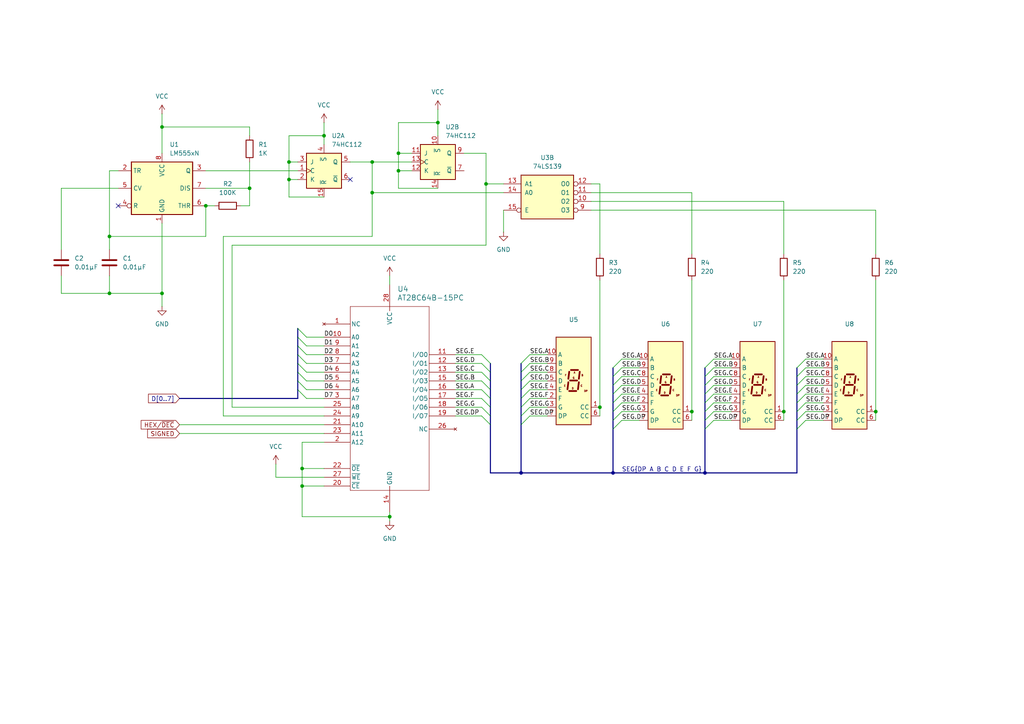
<source format=kicad_sch>
(kicad_sch (version 20231120) (generator "eeschema") (generator_version "8.0")
  (paper "A4")
  (title_block (title "Output Display Module") (date "2024-05-12") (company "Silicon Chronicles"))
  (lib_symbols
    (symbol "74xx:74LS112" (pin_names (offset 1.016))
      (property "Reference" "U" (at -7.62 8.89 0))
      (property "Value" "74LS112" (at -7.62 -8.89 0))
      (symbol "74LS112_1_0"
        (pin input clock (at -7.62 0 0) (length 2.54) (name "C") (number "1"))
        (pin input line (at 0 -7.62 90) (length 2.54) (name "~{R}") (number "15"))
        (pin input line (at -7.62 -2.54 0) (length 2.54) (name "K") (number "2"))
        (pin input line (at -7.62 2.54 0) (length 2.54) (name "J") (number "3"))
        (pin input line (at 0 7.62 270) (length 2.54) (name "~{S}") (number "4"))
        (pin output line (at 7.62 2.54 180) (length 2.54) (name "Q") (number "5"))
        (pin output line (at 7.62 -2.54 180) (length 2.54) (name "~{Q}") (number "6"))
      )
      (symbol "74LS112_1_1"
        (rectangle (start -5.08 5.08) (end 5.08 -5.08) (stroke (width 0.254)) (fill (type background)))
      )
      (symbol "74LS112_2_0"
        (pin input line (at 0 7.62 270) (length 2.54) (name "~{S}") (number "10"))
        (pin input line (at -7.62 2.54 0) (length 2.54) (name "J") (number "11"))
        (pin input line (at -7.62 -2.54 0) (length 2.54) (name "K") (number "12"))
        (pin input clock (at -7.62 0 0) (length 2.54) (name "C") (number "13"))
        (pin input line (at 0 -7.62 90) (length 2.54) (name "~{R}") (number "14"))
        (pin output line (at 7.62 -2.54 180) (length 2.54) (name "~{Q}") (number "7"))
        (pin output line (at 7.62 2.54 180) (length 2.54) (name "Q") (number "9"))
      )
      (symbol "74LS112_2_1"
        (rectangle (start -5.08 5.08) (end 5.08 -5.08) (stroke (width 0.254)) (fill (type background)))
      )
      (symbol "74LS112_3_0"
        (pin power_in line (at 0 10.16 270) (length 2.54) (name "VCC") (number "16"))
        (pin power_in line (at 0 -10.16 90) (length 2.54) (name "GND") (number "8"))
      )
      (symbol "74LS112_3_1"
        (rectangle (start -5.08 7.62) (end 5.08 -7.62) (stroke (width 0.254)) (fill (type background)))
      )
    )
    (symbol "74xx:74LS139" (pin_names (offset 1.016))
      (property "Reference" "U" (at -7.62 8.89 0))
      (property "Value" "74LS139" (at -7.62 -8.89 0))
      (symbol "74LS139_1_0"
        (pin input inverted (at -12.7 -5.08 0) (length 5.08) (name "E") (number "1"))
        (pin input line (at -12.7 0 0) (length 5.08) (name "A0") (number "2"))
        (pin input line (at -12.7 2.54 0) (length 5.08) (name "A1") (number "3"))
        (pin output inverted (at 12.7 2.54 180) (length 5.08) (name "O0") (number "4"))
        (pin output inverted (at 12.7 0 180) (length 5.08) (name "O1") (number "5"))
        (pin output inverted (at 12.7 -2.54 180) (length 5.08) (name "O2") (number "6"))
        (pin output inverted (at 12.7 -5.08 180) (length 5.08) (name "O3") (number "7"))
      )
      (symbol "74LS139_1_1"
        (rectangle (start -7.62 5.08) (end 7.62 -7.62) (stroke (width 0.254)) (fill (type background)))
      )
      (symbol "74LS139_2_0"
        (pin output inverted (at 12.7 -2.54 180) (length 5.08) (name "O2") (number "10"))
        (pin output inverted (at 12.7 0 180) (length 5.08) (name "O1") (number "11"))
        (pin output inverted (at 12.7 2.54 180) (length 5.08) (name "O0") (number "12"))
        (pin input line (at -12.7 2.54 0) (length 5.08) (name "A1") (number "13"))
        (pin input line (at -12.7 0 0) (length 5.08) (name "A0") (number "14"))
        (pin input inverted (at -12.7 -5.08 0) (length 5.08) (name "E") (number "15"))
        (pin output inverted (at 12.7 -5.08 180) (length 5.08) (name "O3") (number "9"))
      )
      (symbol "74LS139_2_1"
        (rectangle (start -7.62 5.08) (end 7.62 -7.62) (stroke (width 0.254)) (fill (type background)))
      )
      (symbol "74LS139_3_0"
        (pin power_in line (at 0 12.7 270) (length 5.08) (name "VCC") (number "16"))
        (pin power_in line (at 0 -12.7 90) (length 5.08) (name "GND") (number "8"))
      )
      (symbol "74LS139_3_1"
        (rectangle (start -5.08 7.62) (end 5.08 -7.62) (stroke (width 0.254)) (fill (type background)))
      )
    )
    (symbol "AT28C64B-15PC:AT28C64B-15PC" (pin_names (offset 0.254))
      (property "Reference" "U4" (at 21.2441 10.16 0))
      (property "Value" "AT28C64B-15PC" (at 21.2441 7.62 0))
      (symbol "AT28C64B-15PC_0_1"
        (polyline (pts (xy 7.62 -48.26) (xy 30.48 -48.26)) (stroke (width 0.127)))
        (polyline (pts (xy 7.62 5.08) (xy 7.62 -48.26)) (stroke (width 0.127)))
        (polyline (pts (xy 30.48 -48.26) (xy 30.48 5.08)) (stroke (width 0.127)))
        (polyline (pts (xy 30.48 5.08) (xy 7.62 5.08)) (stroke (width 0.127)))
        (pin no_connect line (at 0 0 0) (length 7.62) (name "NC") (number "1"))
        (pin input line (at 0 -3.81 0) (length 7.62) (name "A0") (number "10"))
        (pin bidirectional line (at 38.1 -8.89 180) (length 7.62) (name "I/O0") (number "11"))
        (pin bidirectional line (at 38.1 -11.43 180) (length 7.62) (name "I/O1") (number "12"))
        (pin bidirectional line (at 38.1 -13.97 180) (length 7.62) (name "I/O2") (number "13"))
        (pin power_in line (at 19.05 -54.61 90) (length 7.62) (name "GND") (number "14"))
        (pin bidirectional line (at 38.1 -16.51 180) (length 7.62) (name "I/O3") (number "15"))
        (pin bidirectional line (at 38.1 -19.05 180) (length 7.62) (name "I/O4") (number "16"))
        (pin bidirectional line (at 38.1 -21.59 180) (length 7.62) (name "I/O5") (number "17"))
        (pin bidirectional line (at 38.1 -24.13 180) (length 7.62) (name "I/O6") (number "18"))
        (pin bidirectional line (at 38.1 -26.67 180) (length 7.62) (name "I/O7") (number "19"))
        (pin input line (at 0 -34.29 0) (length 7.62) (name "A12") (number "2"))
        (pin input line (at 0 -29.21 0) (length 7.62) (name "A10") (number "21"))
        (pin input line (at 0 -31.75 0) (length 7.62) (name "A11") (number "23"))
        (pin input line (at 0 -26.67 0) (length 7.62) (name "A9") (number "24"))
        (pin input line (at 0 -24.13 0) (length 7.62) (name "A8") (number "25"))
        (pin no_connect line (at 38.1 -30.48 180) (length 7.62) (name "NC") (number "26"))
        (pin power_in line (at 19.05 11.43 270) (length 7.62) (name "VCC") (number "28"))
        (pin input line (at 0 -21.59 0) (length 7.62) (name "A7") (number "3"))
        (pin input line (at 0 -19.05 0) (length 7.62) (name "A6") (number "4"))
        (pin input line (at 0 -16.51 0) (length 7.62) (name "A5") (number "5"))
        (pin input line (at 0 -13.97 0) (length 7.62) (name "A4") (number "6"))
        (pin input line (at 0 -11.43 0) (length 7.62) (name "A3") (number "7"))
        (pin input line (at 0 -8.89 0) (length 7.62) (name "A2") (number "8"))
        (pin input line (at 0 -6.35 0) (length 7.62) (name "A1") (number "9"))
      )
      (symbol "AT28C64B-15PC_1_1"
        (pin input line (at 0 -46.99 0) (length 7.62) (name "~{CE}") (number "20"))
        (pin input line (at 0 -41.91 0) (length 7.62) (name "~{OE}") (number "22"))
        (pin input line (at 0 -44.45 0) (length 7.62) (name "~{WE}") (number "27"))
      )
    )
    (symbol "Device:C" (pin_numbers hide) (pin_names (offset 0.254))
      (property "Reference" "C" (at 0.635 2.54 0))
      (property "Value" "C" (at 0.635 -2.54 0))
      (symbol "C_0_1"
        (polyline (pts (xy -2.032 -0.762) (xy 2.032 -0.762)) (stroke (width 0.508)))
        (polyline (pts (xy -2.032 0.762) (xy 2.032 0.762)) (stroke (width 0.508)))
      )
      (symbol "C_1_1"
        (pin passive line (at 0 3.81 270) (length 2.794) (name "~") (number "1"))
        (pin passive line (at 0 -3.81 90) (length 2.794) (name "~") (number "2"))
      )
    )
    (symbol "Device:R" (pin_numbers hide) (pin_names (offset 0))
      (property "Reference" "R" (at 2.032 0 90))
      (property "Value" "R" (at 0 0 90))
      (symbol "R_0_1"
        (rectangle (start -1.016 -2.54) (end 1.016 2.54) (stroke (width 0.254)))
      )
      (symbol "R_1_1"
        (pin passive line (at 0 3.81 270) (length 1.27) (name "~") (number "1"))
        (pin passive line (at 0 -3.81 90) (length 1.27) (name "~") (number "2"))
      )
    )
    (symbol "Display_Character:HDSP-7503"
      (property "Reference" "U" (at -3.81 13.97 0))
      (property "Value" "HDSP-7503" (at 6.35 13.97 0))
      (symbol "HDSP-7503_1_0"
        (text "A" (at 0.254 2.413 0) (effects (font (size 0.508 0.508))))
        (text "B" (at 2.54 1.651 0) (effects (font (size 0.508 0.508))))
        (text "C" (at 2.286 -1.397 0) (effects (font (size 0.508 0.508))))
        (text "D" (at -0.254 -2.159 0) (effects (font (size 0.508 0.508))))
        (text "DP" (at 3.556 -2.921 0) (effects (font (size 0.508 0.508))))
        (text "E" (at -2.54 -1.397 0) (effects (font (size 0.508 0.508))))
        (text "F" (at -2.286 1.651 0) (effects (font (size 0.508 0.508))))
        (text "G" (at 0 0.889 0) (effects (font (size 0.508 0.508))))
      )
      (symbol "HDSP-7503_1_1"
        (rectangle (start -5.08 12.7) (end 5.08 -12.7) (stroke (width 0.254)) (fill (type background)))
        (polyline (pts (xy -1.524 -0.381) (xy -1.778 -2.413)) (stroke (width 0.508)))
        (polyline (pts (xy -1.27 -2.921) (xy 0.762 -2.921)) (stroke (width 0.508)))
        (polyline (pts (xy -1.27 2.667) (xy -1.524 0.635)) (stroke (width 0.508)))
        (polyline (pts (xy -1.016 0.127) (xy 1.016 0.127)) (stroke (width 0.508)))
        (polyline (pts (xy -0.762 3.175) (xy 1.27 3.175)) (stroke (width 0.508)))
        (polyline (pts (xy 1.524 -0.381) (xy 1.27 -2.413)) (stroke (width 0.508)))
        (polyline (pts (xy 1.778 2.667) (xy 1.524 0.635)) (stroke (width 0.508)))
        (polyline (pts (xy 2.54 -2.921) (xy 2.54 -2.921)) (stroke (width 0.508)))
        (pin input line (at 7.62 -7.62 180) (length 2.54) (name "CC") (number "1"))
        (pin input line (at -7.62 7.62 0) (length 2.54) (name "A") (number "10"))
        (pin input line (at -7.62 -5.08 0) (length 2.54) (name "F") (number "2"))
        (pin input line (at -7.62 -7.62 0) (length 2.54) (name "G") (number "3"))
        (pin input line (at -7.62 -2.54 0) (length 2.54) (name "E") (number "4"))
        (pin input line (at -7.62 0 0) (length 2.54) (name "D") (number "5"))
        (pin input line (at 7.62 -10.16 180) (length 2.54) (name "CC") (number "6"))
        (pin input line (at -7.62 -10.16 0) (length 2.54) (name "DP") (number "7"))
        (pin input line (at -7.62 2.54 0) (length 2.54) (name "C") (number "8"))
        (pin input line (at -7.62 5.08 0) (length 2.54) (name "B") (number "9"))
      )
    )
    (symbol "Timer:LM555xN"
      (property "Reference" "U" (at -10.16 8.89 0))
      (property "Value" "LM555xN" (at 2.54 8.89 0))
      (symbol "LM555xN_0_0"
        (pin power_in line (at 0 -10.16 90) (length 2.54) (name "GND") (number "1"))
        (pin power_in line (at 0 10.16 270) (length 2.54) (name "VCC") (number "8"))
      )
      (symbol "LM555xN_0_1"
        (rectangle (start -8.89 -7.62) (end 8.89 7.62) (stroke (width 0.254)) (fill (type background)))
        (rectangle (start -8.89 -7.62) (end 8.89 7.62) (stroke (width 0.254)) (fill (type background)))
      )
      (symbol "LM555xN_1_1"
        (pin input line (at -12.7 5.08 0) (length 3.81) (name "TR") (number "2"))
        (pin output line (at 12.7 5.08 180) (length 3.81) (name "Q") (number "3"))
        (pin input inverted (at -12.7 -5.08 0) (length 3.81) (name "R") (number "4"))
        (pin input line (at -12.7 0 0) (length 3.81) (name "CV") (number "5"))
        (pin input line (at 12.7 -5.08 180) (length 3.81) (name "THR") (number "6"))
        (pin input line (at 12.7 0 180) (length 3.81) (name "DIS") (number "7"))
      )
    )
    (symbol "power:GND" (power) (pin_numbers hide) (pin_names (offset 0) hide)
      (property "Value" "GND" (at 0 -3.81 0))
      (symbol "GND_0_1"
        (polyline (pts (xy 0 0) (xy 0 -1.27) (xy 1.27 -1.27) (xy 0 -2.54) (xy -1.27 -1.27) (xy 0 -1.27)))
      )
      (symbol "GND_1_1"
        (pin power_in line (at 0 0 270) (length 0) (name "~") (number "1"))
      )
    )
    (symbol "power:VCC" (power) (pin_numbers hide) (pin_names (offset 0) hide)
      (property "Value" "VCC" (at 0 3.556 0))
      (symbol "VCC_0_1"
        (polyline (pts (xy -0.762 1.27) (xy 0 2.54)))
        (polyline (pts (xy 0 0) (xy 0 2.54)))
        (polyline (pts (xy 0 2.54) (xy 0.762 1.27)))
      )
      (symbol "VCC_1_1"
        (pin power_in line (at 0 0 90) (length 0) (name "~") (number "1"))
      )
    )
  )
  (junction (at 31.75 68.58))
  (junction (at 87.63 140.97))
  (junction (at 200.66 119.38))
  (junction (at 93.98 39.37))
  (junction (at 83.82 46.99))
  (junction (at 127 35.56))
  (junction (at 140.97 53.34))
  (junction (at 151.13 137.16))
  (junction (at 115.57 44.45))
  (junction (at 59.69 59.69))
  (junction (at 227.33 119.38))
  (junction (at 115.57 49.53))
  (junction (at 107.95 46.99))
  (junction (at 204.47 137.16))
  (junction (at 83.82 52.07))
  (junction (at 72.39 54.61))
  (junction (at 87.63 135.89))
  (junction (at 46.99 36.83))
  (junction (at 173.99 118.11))
  (junction (at 46.99 85.09))
  (junction (at 113.03 149.86))
  (junction (at 254 119.38))
  (junction (at 31.75 85.09))
  (junction (at 107.95 55.88))
  (junction (at 177.8 137.16))
  (no_connect (at 34.29 59.69))
  (no_connect (at 101.6 52.07))
  (bus_entry (at 204.47 124.46) (size 2.54 -2.54))
  (bus_entry (at 151.13 123.19) (size 2.54 -2.54))
  (bus_entry (at 177.8 114.3) (size 2.54 -2.54))
  (bus_entry (at 177.8 109.22) (size 2.54 -2.54))
  (bus_entry (at 142.24 105.41) (size -2.54 -2.54))
  (bus_entry (at 142.24 107.95) (size -2.54 -2.54))
  (bus_entry (at 142.24 118.11) (size -2.54 -2.54))
  (bus_entry (at 86.36 113.03) (size 2.54 2.54))
  (bus_entry (at 177.8 116.84) (size 2.54 -2.54))
  (bus_entry (at 177.8 111.76) (size 2.54 -2.54))
  (bus_entry (at 151.13 107.95) (size 2.54 -2.54))
  (bus_entry (at 204.47 106.68) (size 2.54 -2.54))
  (bus_entry (at 204.47 109.22) (size 2.54 -2.54))
  (bus_entry (at 86.36 102.87) (size 2.54 2.54))
  (bus_entry (at 231.14 109.22) (size 2.54 -2.54))
  (bus_entry (at 151.13 113.03) (size 2.54 -2.54))
  (bus_entry (at 231.14 111.76) (size 2.54 -2.54))
  (bus_entry (at 142.24 115.57) (size -2.54 -2.54))
  (bus_entry (at 204.47 114.3) (size 2.54 -2.54))
  (bus_entry (at 86.36 97.79) (size 2.54 2.54))
  (bus_entry (at 142.24 123.19) (size -2.54 -2.54))
  (bus_entry (at 177.8 106.68) (size 2.54 -2.54))
  (bus_entry (at 204.47 121.92) (size 2.54 -2.54))
  (bus_entry (at 142.24 120.65) (size -2.54 -2.54))
  (bus_entry (at 231.14 116.84) (size 2.54 -2.54))
  (bus_entry (at 204.47 119.38) (size 2.54 -2.54))
  (bus_entry (at 177.8 124.46) (size 2.54 -2.54))
  (bus_entry (at 86.36 105.41) (size 2.54 2.54))
  (bus_entry (at 86.36 100.33) (size 2.54 2.54))
  (bus_entry (at 86.36 95.25) (size 2.54 2.54))
  (bus_entry (at 151.13 118.11) (size 2.54 -2.54))
  (bus_entry (at 151.13 120.65) (size 2.54 -2.54))
  (bus_entry (at 142.24 113.03) (size -2.54 -2.54))
  (bus_entry (at 204.47 116.84) (size 2.54 -2.54))
  (bus_entry (at 86.36 110.49) (size 2.54 2.54))
  (bus_entry (at 231.14 114.3) (size 2.54 -2.54))
  (bus_entry (at 231.14 119.38) (size 2.54 -2.54))
  (bus_entry (at 177.8 119.38) (size 2.54 -2.54))
  (bus_entry (at 151.13 115.57) (size 2.54 -2.54))
  (bus_entry (at 151.13 110.49) (size 2.54 -2.54))
  (bus_entry (at 231.14 121.92) (size 2.54 -2.54))
  (bus_entry (at 231.14 106.68) (size 2.54 -2.54))
  (bus_entry (at 231.14 124.46) (size 2.54 -2.54))
  (bus_entry (at 177.8 121.92) (size 2.54 -2.54))
  (bus_entry (at 142.24 110.49) (size -2.54 -2.54))
  (bus_entry (at 86.36 107.95) (size 2.54 2.54))
  (bus_entry (at 204.47 111.76) (size 2.54 -2.54))
  (bus_entry (at 151.13 105.41) (size 2.54 -2.54))
  (wire (pts (xy 153.67 118.11) (xy 158.75 118.11)))
  (wire (pts (xy 88.9 97.79) (xy 93.98 97.79)))
  (wire (pts (xy 31.75 80.01) (xy 31.75 85.09)))
  (wire (pts (xy 180.34 114.3) (xy 185.42 114.3)))
  (bus (pts (xy 204.47 124.46) (xy 204.47 137.16)))
  (bus (pts (xy 204.47 119.38) (xy 204.47 121.92)))
  (bus (pts (xy 204.47 109.22) (xy 204.47 111.76)))
  (bus (pts (xy 231.14 116.84) (xy 231.14 119.38)))
  (wire (pts (xy 93.98 128.27) (xy 87.63 128.27)))
  (wire (pts (xy 64.77 68.58) (xy 107.95 68.58)))
  (wire (pts (xy 52.07 123.19) (xy 93.98 123.19)))
  (bus (pts (xy 142.24 123.19) (xy 142.24 120.65)))
  (wire (pts (xy 233.68 106.68) (xy 238.76 106.68)))
  (wire (pts (xy 119.38 44.45) (xy 115.57 44.45)))
  (wire (pts (xy 101.6 46.99) (xy 107.95 46.99)))
  (bus (pts (xy 231.14 124.46) (xy 231.14 137.16)))
  (wire (pts (xy 17.78 80.01) (xy 17.78 85.09)))
  (bus (pts (xy 231.14 111.76) (xy 231.14 114.3)))
  (bus (pts (xy 142.24 115.57) (xy 142.24 113.03)))
  (wire (pts (xy 113.03 149.86) (xy 87.63 149.86)))
  (wire (pts (xy 93.98 138.43) (xy 80.01 138.43)))
  (wire (pts (xy 115.57 54.61) (xy 115.57 49.53)))
  (wire (pts (xy 180.34 119.38) (xy 185.42 119.38)))
  (bus (pts (xy 151.13 123.19) (xy 151.13 137.16)))
  (wire (pts (xy 171.45 53.34) (xy 173.99 53.34)))
  (wire (pts (xy 173.99 118.11) (xy 173.99 120.65)))
  (bus (pts (xy 177.8 109.22) (xy 177.8 111.76)))
  (wire (pts (xy 83.82 52.07) (xy 83.82 46.99)))
  (wire (pts (xy 72.39 39.37) (xy 72.39 36.83)))
  (bus (pts (xy 142.24 137.16) (xy 142.24 123.19)))
  (wire (pts (xy 59.69 59.69) (xy 62.23 59.69)))
  (wire (pts (xy 72.39 59.69) (xy 69.85 59.69)))
  (wire (pts (xy 113.03 149.86) (xy 113.03 148.59)))
  (wire (pts (xy 72.39 46.99) (xy 72.39 54.61)))
  (wire (pts (xy 140.97 71.12) (xy 140.97 53.34)))
  (bus (pts (xy 204.47 106.68) (xy 204.47 109.22)))
  (wire (pts (xy 86.36 52.07) (xy 83.82 52.07)))
  (wire (pts (xy 233.68 104.14) (xy 238.76 104.14)))
  (wire (pts (xy 31.75 85.09) (xy 46.99 85.09)))
  (wire (pts (xy 132.08 118.11) (xy 139.7 118.11)))
  (wire (pts (xy 207.01 119.38) (xy 212.09 119.38)))
  (wire (pts (xy 254 119.38) (xy 254 121.92)))
  (wire (pts (xy 83.82 39.37) (xy 93.98 39.37)))
  (wire (pts (xy 200.66 73.66) (xy 200.66 55.88)))
  (wire (pts (xy 34.29 54.61) (xy 17.78 54.61)))
  (wire (pts (xy 180.34 106.68) (xy 185.42 106.68)))
  (bus (pts (xy 177.8 114.3) (xy 177.8 116.84)))
  (wire (pts (xy 254 60.96) (xy 254 73.66)))
  (wire (pts (xy 127 31.75) (xy 127 35.56)))
  (wire (pts (xy 88.9 115.57) (xy 93.98 115.57)))
  (bus (pts (xy 151.13 137.16) (xy 177.8 137.16)))
  (wire (pts (xy 153.67 102.87) (xy 158.75 102.87)))
  (wire (pts (xy 173.99 53.34) (xy 173.99 73.66)))
  (wire (pts (xy 200.66 121.92) (xy 200.66 119.38)))
  (wire (pts (xy 227.33 119.38) (xy 227.33 121.92)))
  (wire (pts (xy 233.68 109.22) (xy 238.76 109.22)))
  (wire (pts (xy 59.69 49.53) (xy 86.36 49.53)))
  (wire (pts (xy 72.39 36.83) (xy 46.99 36.83)))
  (wire (pts (xy 113.03 80.01) (xy 113.03 82.55)))
  (bus (pts (xy 177.8 106.68) (xy 177.8 109.22)))
  (wire (pts (xy 86.36 46.99) (xy 83.82 46.99)))
  (wire (pts (xy 227.33 81.28) (xy 227.33 119.38)))
  (wire (pts (xy 207.01 109.22) (xy 212.09 109.22)))
  (wire (pts (xy 127 54.61) (xy 115.57 54.61)))
  (wire (pts (xy 132.08 113.03) (xy 139.7 113.03)))
  (wire (pts (xy 132.08 115.57) (xy 139.7 115.57)))
  (wire (pts (xy 134.62 44.45) (xy 140.97 44.45)))
  (wire (pts (xy 180.34 109.22) (xy 185.42 109.22)))
  (wire (pts (xy 254 81.28) (xy 254 119.38)))
  (bus (pts (xy 142.24 107.95) (xy 142.24 105.41)))
  (bus (pts (xy 86.36 110.49) (xy 86.36 113.03)))
  (wire (pts (xy 200.66 119.38) (xy 200.66 81.28)))
  (wire (pts (xy 146.05 60.96) (xy 146.05 67.31)))
  (wire (pts (xy 153.67 107.95) (xy 158.75 107.95)))
  (wire (pts (xy 83.82 57.15) (xy 83.82 52.07)))
  (bus (pts (xy 86.36 102.87) (xy 86.36 105.41)))
  (wire (pts (xy 180.34 104.14) (xy 185.42 104.14)))
  (wire (pts (xy 93.98 57.15) (xy 83.82 57.15)))
  (wire (pts (xy 93.98 140.97) (xy 87.63 140.97)))
  (bus (pts (xy 177.8 124.46) (xy 177.8 137.16)))
  (wire (pts (xy 207.01 104.14) (xy 212.09 104.14)))
  (bus (pts (xy 151.13 105.41) (xy 151.13 107.95)))
  (wire (pts (xy 153.67 105.41) (xy 158.75 105.41)))
  (bus (pts (xy 231.14 106.68) (xy 231.14 109.22)))
  (wire (pts (xy 140.97 53.34) (xy 146.05 53.34)))
  (wire (pts (xy 46.99 64.77) (xy 46.99 85.09)))
  (wire (pts (xy 17.78 54.61) (xy 17.78 72.39)))
  (wire (pts (xy 46.99 36.83) (xy 46.99 44.45)))
  (bus (pts (xy 151.13 118.11) (xy 151.13 120.65)))
  (wire (pts (xy 59.69 54.61) (xy 72.39 54.61)))
  (wire (pts (xy 87.63 128.27) (xy 87.63 135.89)))
  (bus (pts (xy 204.47 116.84) (xy 204.47 119.38)))
  (bus (pts (xy 177.8 111.76) (xy 177.8 114.3)))
  (bus (pts (xy 231.14 121.92) (xy 231.14 124.46)))
  (wire (pts (xy 93.98 118.11) (xy 67.31 118.11)))
  (wire (pts (xy 173.99 81.28) (xy 173.99 118.11)))
  (wire (pts (xy 88.9 100.33) (xy 93.98 100.33)))
  (wire (pts (xy 88.9 110.49) (xy 93.98 110.49)))
  (wire (pts (xy 107.95 68.58) (xy 107.95 55.88)))
  (wire (pts (xy 180.34 121.92) (xy 185.42 121.92)))
  (wire (pts (xy 233.68 116.84) (xy 238.76 116.84)))
  (bus (pts (xy 177.8 121.92) (xy 177.8 124.46)))
  (bus (pts (xy 52.07 115.57) (xy 86.36 115.57)))
  (wire (pts (xy 207.01 106.68) (xy 212.09 106.68)))
  (bus (pts (xy 231.14 119.38) (xy 231.14 121.92)))
  (wire (pts (xy 180.34 116.84) (xy 185.42 116.84)))
  (wire (pts (xy 132.08 120.65) (xy 139.7 120.65)))
  (wire (pts (xy 132.08 102.87) (xy 139.7 102.87)))
  (wire (pts (xy 59.69 68.58) (xy 31.75 68.58)))
  (wire (pts (xy 87.63 140.97) (xy 87.63 135.89)))
  (wire (pts (xy 46.99 85.09) (xy 46.99 88.9)))
  (wire (pts (xy 64.77 120.65) (xy 64.77 68.58)))
  (wire (pts (xy 88.9 105.41) (xy 93.98 105.41)))
  (bus (pts (xy 86.36 105.41) (xy 86.36 107.95)))
  (wire (pts (xy 67.31 71.12) (xy 140.97 71.12)))
  (bus (pts (xy 151.13 113.03) (xy 151.13 115.57)))
  (wire (pts (xy 207.01 121.92) (xy 212.09 121.92)))
  (bus (pts (xy 86.36 100.33) (xy 86.36 97.79)))
  (wire (pts (xy 140.97 44.45) (xy 140.97 53.34)))
  (bus (pts (xy 231.14 114.3) (xy 231.14 116.84)))
  (wire (pts (xy 146.05 55.88) (xy 107.95 55.88)))
  (wire (pts (xy 115.57 49.53) (xy 115.57 44.45)))
  (wire (pts (xy 153.67 113.03) (xy 158.75 113.03)))
  (bus (pts (xy 142.24 113.03) (xy 142.24 110.49)))
  (wire (pts (xy 119.38 49.53) (xy 115.57 49.53)))
  (wire (pts (xy 153.67 110.49) (xy 158.75 110.49)))
  (wire (pts (xy 115.57 35.56) (xy 127 35.56)))
  (wire (pts (xy 93.98 35.56) (xy 93.98 39.37)))
  (wire (pts (xy 207.01 114.3) (xy 212.09 114.3)))
  (wire (pts (xy 132.08 107.95) (xy 139.7 107.95)))
  (wire (pts (xy 200.66 55.88) (xy 171.45 55.88)))
  (wire (pts (xy 233.68 119.38) (xy 238.76 119.38)))
  (wire (pts (xy 132.08 110.49) (xy 139.7 110.49)))
  (bus (pts (xy 204.47 121.92) (xy 204.47 124.46)))
  (bus (pts (xy 177.8 137.16) (xy 204.47 137.16)))
  (wire (pts (xy 127 35.56) (xy 127 39.37)))
  (bus (pts (xy 151.13 110.49) (xy 151.13 113.03)))
  (bus (pts (xy 86.36 102.87) (xy 86.36 100.33)))
  (wire (pts (xy 180.34 111.76) (xy 185.42 111.76)))
  (wire (pts (xy 171.45 58.42) (xy 227.33 58.42)))
  (bus (pts (xy 177.8 119.38) (xy 177.8 121.92)))
  (wire (pts (xy 207.01 111.76) (xy 212.09 111.76)))
  (bus (pts (xy 204.47 111.76) (xy 204.47 114.3)))
  (bus (pts (xy 142.24 120.65) (xy 142.24 118.11)))
  (wire (pts (xy 88.9 107.95) (xy 93.98 107.95)))
  (wire (pts (xy 233.68 111.76) (xy 238.76 111.76)))
  (wire (pts (xy 227.33 58.42) (xy 227.33 73.66)))
  (bus (pts (xy 86.36 115.57) (xy 86.36 113.03)))
  (wire (pts (xy 31.75 68.58) (xy 31.75 72.39)))
  (wire (pts (xy 59.69 59.69) (xy 59.69 68.58)))
  (bus (pts (xy 86.36 97.79) (xy 86.36 95.25)))
  (wire (pts (xy 80.01 138.43) (xy 80.01 134.62)))
  (wire (pts (xy 93.98 120.65) (xy 64.77 120.65)))
  (bus (pts (xy 142.24 110.49) (xy 142.24 107.95)))
  (wire (pts (xy 67.31 118.11) (xy 67.31 71.12)))
  (wire (pts (xy 87.63 149.86) (xy 87.63 140.97)))
  (bus (pts (xy 151.13 115.57) (xy 151.13 118.11)))
  (wire (pts (xy 88.9 113.03) (xy 93.98 113.03)))
  (wire (pts (xy 83.82 46.99) (xy 83.82 39.37)))
  (bus (pts (xy 86.36 107.95) (xy 86.36 110.49)))
  (wire (pts (xy 132.08 105.41) (xy 139.7 105.41)))
  (bus (pts (xy 151.13 120.65) (xy 151.13 123.19)))
  (wire (pts (xy 31.75 49.53) (xy 31.75 68.58)))
  (bus (pts (xy 142.24 118.11) (xy 142.24 115.57)))
  (wire (pts (xy 72.39 54.61) (xy 72.39 59.69)))
  (wire (pts (xy 88.9 102.87) (xy 93.98 102.87)))
  (wire (pts (xy 93.98 39.37) (xy 93.98 41.91)))
  (wire (pts (xy 52.07 125.73) (xy 93.98 125.73)))
  (wire (pts (xy 171.45 60.96) (xy 254 60.96)))
  (bus (pts (xy 151.13 107.95) (xy 151.13 110.49)))
  (wire (pts (xy 207.01 116.84) (xy 212.09 116.84)))
  (wire (pts (xy 233.68 114.3) (xy 238.76 114.3)))
  (bus (pts (xy 177.8 116.84) (xy 177.8 119.38)))
  (wire (pts (xy 46.99 33.02) (xy 46.99 36.83)))
  (wire (pts (xy 153.67 115.57) (xy 158.75 115.57)))
  (wire (pts (xy 17.78 85.09) (xy 31.75 85.09)))
  (bus (pts (xy 142.24 137.16) (xy 151.13 137.16)))
  (wire (pts (xy 115.57 44.45) (xy 115.57 35.56)))
  (wire (pts (xy 34.29 49.53) (xy 31.75 49.53)))
  (wire (pts (xy 153.67 120.65) (xy 158.75 120.65)))
  (wire (pts (xy 87.63 135.89) (xy 93.98 135.89)))
  (bus (pts (xy 231.14 109.22) (xy 231.14 111.76)))
  (bus (pts (xy 204.47 114.3) (xy 204.47 116.84)))
  (wire (pts (xy 113.03 151.13) (xy 113.03 149.86)))
  (wire (pts (xy 107.95 55.88) (xy 107.95 46.99)))
  (wire (pts (xy 233.68 121.92) (xy 238.76 121.92)))
  (bus (pts (xy 204.47 137.16) (xy 231.14 137.16)))
  (wire (pts (xy 107.95 46.99) (xy 119.38 46.99)))
  (label "D5" (at 93.98 110.49 0))
  (label "SEG.G" (at 233.68 119.38 0))
  (label "SEG.D" (at 153.67 110.49 0))
  (label "SEG.G" (at 180.34 119.38 0))
  (label "SEG.A" (at 180.34 104.14 0))
  (label "SEG.A" (at 233.68 104.14 0))
  (label "SEG.C" (at 233.68 109.22 0))
  (label "SEG.C" (at 153.67 107.95 0))
  (label "SEG.C" (at 180.34 109.22 0))
  (label "SEG.A" (at 132.08 113.03 0))
  (label "SEG.C" (at 132.08 107.95 0))
  (label "SEG.DP" (at 180.34 121.92 0))
  (label "SEG.G" (at 153.67 118.11 0))
  (label "D1" (at 93.98 100.33 0))
  (label "SEG.E" (at 233.68 114.3 0))
  (label "SEG.D" (at 180.34 111.76 0))
  (label "D0" (at 93.98 97.79 0))
  (label "D2" (at 93.98 102.87 0))
  (label "SEG.F" (at 180.34 116.84 0))
  (label "SEG.C" (at 207.01 109.22 0))
  (label "SEG.DP" (at 233.68 121.92 0))
  (label "SEG.E" (at 153.67 113.03 0))
  (label "SEG.E" (at 132.08 102.87 0))
  (label "SEG{DP A B C D E F G}" (at 180.34 137.16 0))
  (label "SEG.E" (at 207.01 114.3 0))
  (label "SEG.G" (at 132.08 118.11 0))
  (label "SEG.B" (at 180.34 106.68 0))
  (label "SEG.D" (at 207.01 111.76 0))
  (label "SEG.B" (at 233.68 106.68 0))
  (label "D3" (at 93.98 105.41 0))
  (label "SEG.F" (at 153.67 115.57 0))
  (label "D7" (at 93.98 115.57 0))
  (label "SEG.F" (at 233.68 116.84 0))
  (label "SEG.F" (at 132.08 115.57 0))
  (label "SEG.B" (at 132.08 110.49 0))
  (label "D6" (at 93.98 113.03 0))
  (label "SEG.DP" (at 207.01 121.92 0))
  (label "SEG.G" (at 207.01 119.38 0))
  (label "SEG.F" (at 207.01 116.84 0))
  (label "SEG.B" (at 207.01 106.68 0))
  (label "SEG.A" (at 153.67 102.87 0))
  (label "SEG.DP" (at 153.67 120.65 0))
  (label "SEG.D" (at 233.68 111.76 0))
  (label "D4" (at 93.98 107.95 0))
  (label "SEG.E" (at 180.34 114.3 0))
  (label "SEG.A" (at 207.01 104.14 0))
  (label "SEG.DP" (at 132.08 120.65 0))
  (label "SEG.B" (at 153.67 105.41 0))
  (label "SEG.D" (at 132.08 105.41 0))
  (global_label "D[0..7]" (shape input) (at 52.07 115.57 180) (property "Intersheetrefs" "${INTERSHEET_REFS}" (effects (hide yes))))
  (global_label "SIGNED" (shape input) (at 52.07 125.73 180) (property "Intersheetrefs" "${INTERSHEET_REFS}" (effects (hide yes))))
  (global_label "HEX{slash}~{DEC}" (shape input) (at 52.07 123.19 180) (property "Intersheetrefs" "${INTERSHEET_REFS}" (effects (hide yes))))
  (symbol (lib_id "power:VCC") (at 127 31.75 0) (unit 1)
    (property "Reference" "#PWR04" (effects (hide yes)))
    (property "Value" "VCC" (at 127 26.67 0))
    (property "Description" "Power symbol creates a global label with name \"VCC\"" (effects (hide yes)))
  )
  (symbol (lib_id "74xx:74LS112") (at 93.98 49.53 0) (unit 1)
    (property "Reference" "U2" (at 96.1741 39.37 0) (effects (justify left)))
    (property "Value" "74HC112" (at 96.1741 41.91 0) (effects (justify left)))
    (property "Datasheet" "http://www.ti.com/lit/gpn/sn74LS112" (effects (hide yes)))
    (property "Description" "dual JK Flip-Flop, Set & Reset" (effects (hide yes)))
  )
  (symbol (lib_id "Device:R") (at 200.66 77.47 0) (unit 1)
    (property "Reference" "R4" (at 203.2 76.1999 0) (effects (justify left)))
    (property "Value" "220" (at 203.2 78.7399 0) (effects (justify left)))
    (property "Description" "Resistor" (effects (hide yes)))
  )
  (symbol (lib_id "Device:R") (at 227.33 77.47 0) (unit 1)
    (property "Reference" "R5" (at 229.87 76.1999 0) (effects (justify left)))
    (property "Value" "220" (at 229.87 78.7399 0) (effects (justify left)))
    (property "Description" "Resistor" (effects (hide yes)))
  )
  (symbol (lib_id "power:GND") (at 113.03 151.13 0) (unit 1)
    (property "Reference" "#PWR06" (effects (hide yes)))
    (property "Value" "GND" (at 113.03 156.21 0))
    (property "Description" "Power symbol creates a global label with name \"GND\" , ground" (effects (hide yes)))
  )
  (symbol (lib_id "Device:R") (at 72.39 43.18 0) (unit 1)
    (property "Reference" "R1" (at 74.93 41.9099 0) (effects (justify left)))
    (property "Value" "1K" (at 74.93 44.4499 0) (effects (justify left)))
    (property "Description" "Resistor" (effects (hide yes)))
  )
  (symbol (lib_id "power:VCC") (at 46.99 33.02 0) (unit 1)
    (property "Reference" "#PWR01" (effects (hide yes)))
    (property "Value" "VCC" (at 46.99 27.94 0))
    (property "Description" "Power symbol creates a global label with name \"VCC\"" (effects (hide yes)))
  )
  (symbol (lib_id "Display_Character:HDSP-7503") (at 219.71 111.76 0) (unit 1)
    (property "Reference" "U7" (at 219.71 93.98 0))
    (property "Value" "HDSP-7503" (effects (hide yes)))
    (property "Footprint" "Display_7Segment:HDSP-A151" (effects (hide yes)))
    (property "Datasheet" "https://docs.broadcom.com/docs/AV02-2553EN" (effects (hide yes)))
    (property "Description" "One digit 7 segment high efficiency red, common cathode" (effects (hide yes)))
  )
  (symbol (lib_id "power:VCC") (at 93.98 35.56 0) (unit 1)
    (property "Reference" "#PWR03" (effects (hide yes)))
    (property "Value" "VCC" (at 93.98 30.48 0))
    (property "Description" "Power symbol creates a global label with name \"VCC\"" (effects (hide yes)))
  )
  (symbol (lib_id "AT28C64B-15PC:AT28C64B-15PC") (at 93.98 93.98 0) (unit 1)
    (property "Reference" "U4" (at 115.2241 83.82 0) (effects (font (size 1.524 1.524)) (justify left)))
    (property "Value" "AT28C64B-15PC" (at 115.2241 86.36 0) (effects (font (size 1.524 1.524)) (justify left)))
    (property "Footprint" "28P6_ATM" (effects (hide yes)))
    (property "Datasheet" "AT28C64B-15PC" (effects (hide yes)))
  )
  (symbol (lib_id "Device:C") (at 17.78 76.2 0) (unit 1)
    (property "Reference" "C2" (at 21.59 74.9299 0) (effects (justify left)))
    (property "Value" "0.01µF" (at 21.59 77.4699 0) (effects (justify left)))
    (property "Description" "Unpolarized capacitor" (effects (hide yes)))
  )
  (symbol (lib_id "74xx:74LS139") (at 158.75 55.88 0) (unit 2)
    (property "Reference" "U3" (at 158.75 45.72 0))
    (property "Value" "74LS139" (at 158.75 48.26 0))
    (property "Datasheet" "http://www.ti.com/lit/ds/symlink/sn74ls139a.pdf" (effects (hide yes)))
    (property "Description" "Dual Decoder 1 of 4, Active low outputs" (effects (hide yes)))
  )
  (symbol (lib_id "Device:R") (at 254 77.47 0) (unit 1)
    (property "Reference" "R6" (at 256.54 76.1999 0) (effects (justify left)))
    (property "Value" "220" (at 256.54 78.7399 0) (effects (justify left)))
    (property "Description" "Resistor" (effects (hide yes)))
  )
  (symbol (lib_id "Display_Character:HDSP-7503") (at 193.04 111.76 0) (unit 1)
    (property "Reference" "U6" (at 193.04 93.98 0))
    (property "Value" "HDSP-7503" (effects (hide yes)))
    (property "Footprint" "Display_7Segment:HDSP-A151" (effects (hide yes)))
    (property "Datasheet" "https://docs.broadcom.com/docs/AV02-2553EN" (effects (hide yes)))
    (property "Description" "One digit 7 segment high efficiency red, common cathode" (effects (hide yes)))
  )
  (symbol (lib_id "power:VCC") (at 80.01 134.62 0) (unit 1)
    (property "Reference" "#PWR08" (effects (hide yes)))
    (property "Value" "VCC" (at 80.01 129.54 0))
    (property "Description" "Power symbol creates a global label with name \"VCC\"" (effects (hide yes)))
  )
  (symbol (lib_id "power:GND") (at 146.05 67.31 0) (unit 1)
    (property "Reference" "#PWR05" (effects (hide yes)))
    (property "Value" "GND" (at 146.05 72.39 0))
    (property "Description" "Power symbol creates a global label with name \"GND\" , ground" (effects (hide yes)))
  )
  (symbol (lib_id "Device:R") (at 66.04 59.69 90) (unit 1)
    (property "Reference" "R2" (at 66.04 53.34 90))
    (property "Value" "100K" (at 66.04 55.88 90))
    (property "Description" "Resistor" (effects (hide yes)))
  )
  (symbol (lib_id "Device:R") (at 173.99 77.47 0) (unit 1)
    (property "Reference" "R3" (at 176.53 76.1999 0) (effects (justify left)))
    (property "Value" "220" (at 176.53 78.7399 0) (effects (justify left)))
    (property "Description" "Resistor" (effects (hide yes)))
  )
  (symbol (lib_id "power:VCC") (at 113.03 80.01 0) (unit 1)
    (property "Reference" "#PWR07" (effects (hide yes)))
    (property "Value" "VCC" (at 113.03 74.93 0))
    (property "Description" "Power symbol creates a global label with name \"VCC\"" (effects (hide yes)))
  )
  (symbol (lib_id "power:GND") (at 46.99 88.9 0) (unit 1)
    (property "Reference" "#PWR02" (effects (hide yes)))
    (property "Value" "GND" (at 46.99 93.98 0))
    (property "Description" "Power symbol creates a global label with name \"GND\" , ground" (effects (hide yes)))
  )
  (symbol (lib_id "Display_Character:HDSP-7503") (at 246.38 111.76 0) (unit 1)
    (property "Reference" "U8" (at 246.38 93.98 0))
    (property "Value" "HDSP-7503" (effects (hide yes)))
    (property "Footprint" "Display_7Segment:HDSP-A151" (effects (hide yes)))
    (property "Datasheet" "https://docs.broadcom.com/docs/AV02-2553EN" (effects (hide yes)))
    (property "Description" "One digit 7 segment high efficiency red, common cathode" (effects (hide yes)))
  )
  (symbol (lib_id "Display_Character:HDSP-7503") (at 166.37 110.49 0) (unit 1)
    (property "Reference" "U5" (at 166.37 92.71 0))
    (property "Value" "HDSP-7503" (effects (hide yes)))
    (property "Footprint" "Display_7Segment:HDSP-A151" (effects (hide yes)))
    (property "Datasheet" "https://docs.broadcom.com/docs/AV02-2553EN" (effects (hide yes)))
    (property "Description" "One digit 7 segment high efficiency red, common cathode" (effects (hide yes)))
  )
  (symbol (lib_id "Device:C") (at 31.75 76.2 0) (unit 1)
    (property "Reference" "C1" (at 35.56 74.9299 0) (effects (justify left)))
    (property "Value" "0.01µF" (at 35.56 77.4699 0) (effects (justify left)))
    (property "Description" "Unpolarized capacitor" (effects (hide yes)))
  )
  (symbol (lib_id "Timer:LM555xN") (at 46.99 54.61 0) (unit 1)
    (property "Reference" "U1" (at 49.1841 41.91 0) (effects (justify left)))
    (property "Value" "LM555xN" (at 49.1841 44.45 0) (effects (justify left)))
    (property "Footprint" "Package_DIP:DIP-8_W7.62mm" (effects (hide yes)))
    (property "Datasheet" "http://www.ti.com/lit/ds/symlink/lm555.pdf" (effects (hide yes)))
    (property "Description" "Timer, 555 compatible, PDIP-8" (effects (hide yes)))
  )
  (symbol (lib_id "74xx:74LS112") (at 127 46.99 0) (unit 2)
    (property "Reference" "U2" (at 129.1941 36.83 0) (effects (justify left)))
    (property "Value" "74HC112" (at 129.1941 39.37 0) (effects (justify left)))
    (property "Datasheet" "http://www.ti.com/lit/gpn/sn74LS112" (effects (hide yes)))
    (property "Description" "dual JK Flip-Flop, Set & Reset" (effects (hide yes)))
  )
)
</source>
